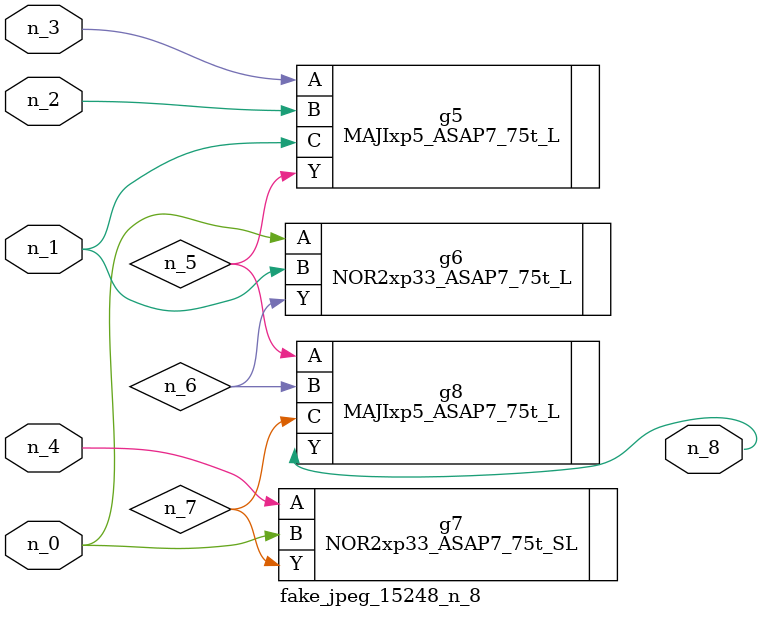
<source format=v>
module fake_jpeg_15248_n_8 (n_3, n_2, n_1, n_0, n_4, n_8);

input n_3;
input n_2;
input n_1;
input n_0;
input n_4;

output n_8;

wire n_6;
wire n_5;
wire n_7;

MAJIxp5_ASAP7_75t_L g5 ( 
.A(n_3),
.B(n_2),
.C(n_1),
.Y(n_5)
);

NOR2xp33_ASAP7_75t_L g6 ( 
.A(n_0),
.B(n_1),
.Y(n_6)
);

NOR2xp33_ASAP7_75t_SL g7 ( 
.A(n_4),
.B(n_0),
.Y(n_7)
);

MAJIxp5_ASAP7_75t_L g8 ( 
.A(n_5),
.B(n_6),
.C(n_7),
.Y(n_8)
);


endmodule
</source>
